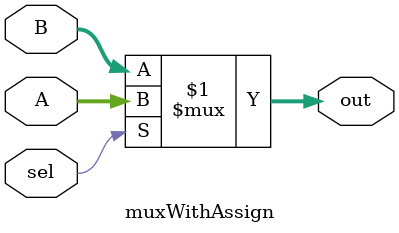
<source format=v>
module muxWithAssign
  #(parameter WIDTH=4)
  (output  [WIDTH-1:0]  out,
   input [WIDTH-1:0]A, B,
   input sel);

   assign out = (sel) ? A: B;
endmodule
</source>
